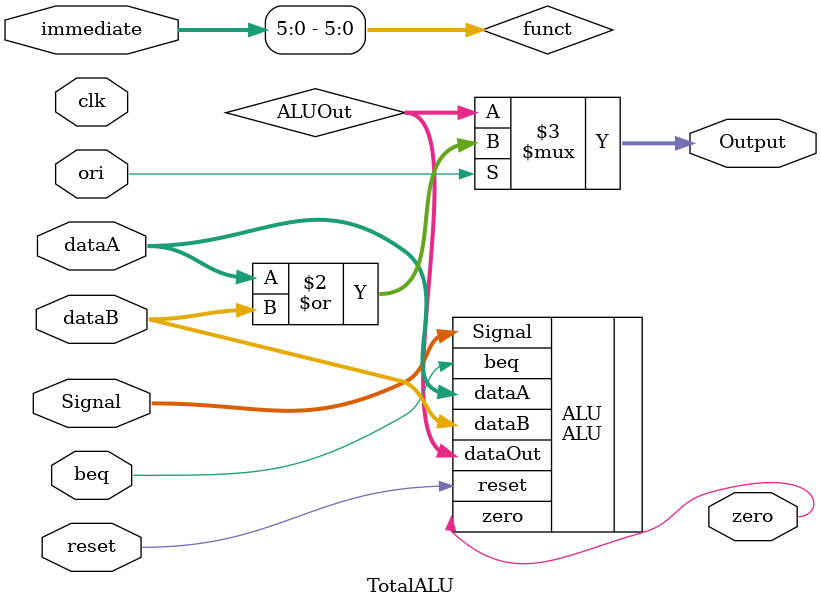
<source format=v>
module TotalALU( clk, dataA, dataB, Signal, Output, reset, zero, immediate, beq, ori );
input reset ;
input clk, beq, ori  ;
input [31:0] dataA ;
input [31:0] dataB ;
input [2:0] Signal ;
output [31:0] Output ;
output zero ;

input [15:0] immediate ;

wire [5:0] funct;
assign funct = immediate[5:0];

//   Signal ( 6-bits)?
//   AND  : 36
//   OR   : 37
//   ADD  : 32
//   SUB  : 34
//   SRL  : 2
//   SLT  : 42
//   DIVU : 27

wire [31:0] temp ;
/*
©w¸q¦UºØ°T¸¹
*/
//============================
wire [2:0]  SignaltoALU ;
wire [2:0]  SignaltoSHT ;
wire [5:0]  SignaltoDIV ;
wire [5:0]  SignaltoMUX ;
wire [31:0] ALUOut, HiOut, LoOut, ShifterOut ;
wire [31:0] dataOut ;
/*
©w¸q¦UºØ±µ½u
*/
//============================


//ALUControl ALUControl( .clk(clk), .Signal(Signal), .SignaltoALU(SignaltoALU), .SignaltoSHT(SignaltoSHT), .SignaltoDIV(SignaltoDIV), .SignaltoMUX(SignaltoMUX), .Dreset(Dreset));
ALU ALU( .dataA(dataA), .dataB(dataB), .Signal(Signal), .dataOut(ALUOut), .reset(reset), .zero(zero), .beq(beq) );
//Divider Divider( .clk(clk), .dataA(dataA), .dataB(dataB), .Signal(SignaltoDIV), .dataOut(DivAns), .reset(Dreset) );
//Shifter Shifter( .dataA(dataA), .dataB(dataB), .Signal(funct), .dataOut(ShifterOut), .reset(reset) );
//HiLo HiLo( .clk(clk), .DivAns(DivAns), .HiOut(HiOut), .LoOut(LoOut), .reset(reset) );
//MUX MUX( .ALUOut(ALUOut), .HiOut(HiOut), .LoOut(LoOut), .Shifter(ShifterOut), .Signal(SignaltoMUX), .dataOut(dataOut) );
/*
«Ø¥ß¦UºØmodule
*/

assign Output = (ori == 1'b0 ) ? ALUOut : dataA | dataB ;

endmodule
</source>
